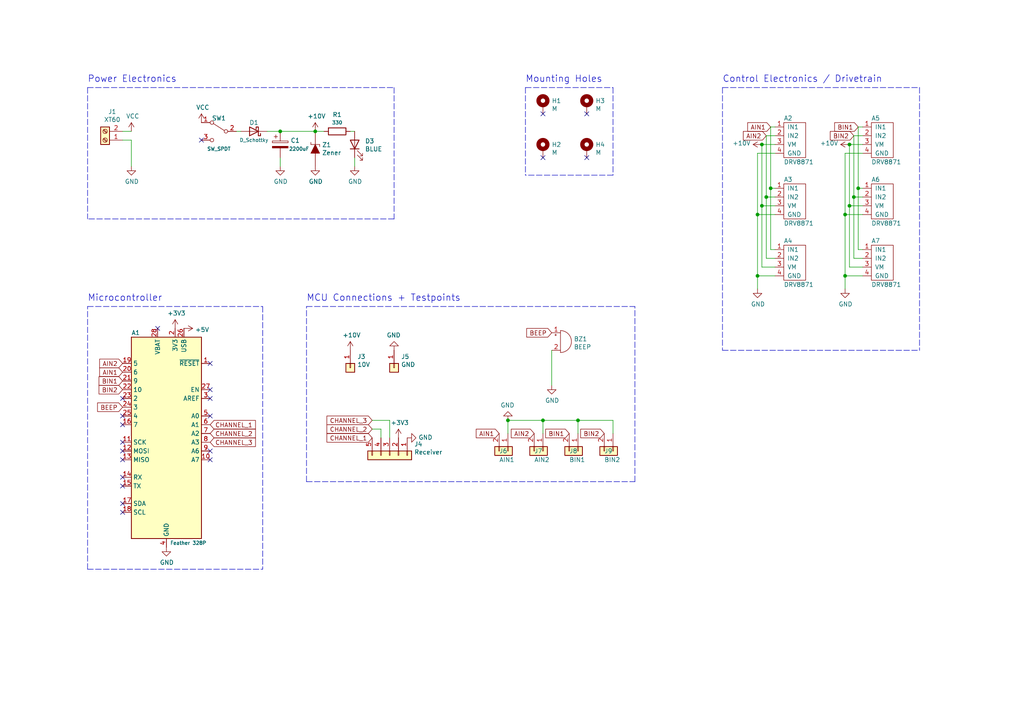
<source format=kicad_sch>
(kicad_sch (version 20211123) (generator eeschema)
  (paper "A4")
  (title_block (title "All-Terrain Buggy ") (date "2022-05-21") (rev "v1.1") (company "M5 Makerspace ") (comment 2 "creativecommons.org/licenses/by/4.0/") (comment 3 "CC BY 4.0") (comment 4 "Author: Akshat Sahay, Sebastian Armstrong "))
  (lib_symbols
    (symbol "Buggy_Components:Adafruit_DRV8871_Breakout" (pin_names (offset 1.016))
      (property "Reference" "A" (at -3.81 6.35 0))
      (property "Value" "Adafruit_DRV8871_Breakout" (at 0 -6.35 0))
      (symbol "Adafruit_DRV8871_Breakout_0_1"
        (rectangle (start -3.81 5.08) (end 2.54 -5.08))
      )
      (symbol "Adafruit_DRV8871_Breakout_1_1"
        (pin input line (at -6.35 3.81 0) (length 2.54) (name "IN1") (number "1"))
        (pin input line (at -6.35 1.27 0) (length 2.54) (name "IN2") (number "2"))
        (pin power_in line (at -6.35 -1.27 0) (length 2.54) (name "VM") (number "3"))
        (pin power_in line (at -6.35 -3.81 0) (length 2.54) (name "GND") (number "4"))
      )
    )
    (symbol "Connector:Screw_Terminal_01x02" (pin_names (offset 1.016) hide)
      (property "Reference" "J" (at 0 2.54 0))
      (property "Value" "Screw_Terminal_01x02" (at 0 -5.08 0))
      (symbol "Screw_Terminal_01x02_1_1"
        (rectangle (start -1.27 1.27) (end 1.27 -3.81) (stroke (width 0.254)) (fill (type background)))
        (circle (center 0 -2.54) (radius 0.635) (stroke (width 0.1524)))
        (polyline (pts (xy -0.5334 -2.2098) (xy 0.3302 -3.048)) (stroke (width 0.1524)))
        (polyline (pts (xy -0.5334 0.3302) (xy 0.3302 -0.508)) (stroke (width 0.1524)))
        (polyline (pts (xy -0.3556 -2.032) (xy 0.508 -2.8702)) (stroke (width 0.1524)))
        (polyline (pts (xy -0.3556 0.508) (xy 0.508 -0.3302)) (stroke (width 0.1524)))
        (circle (center 0 0) (radius 0.635) (stroke (width 0.1524)))
        (pin passive line (at -5.08 0 0) (length 3.81) (name "Pin_1") (number "1"))
        (pin passive line (at -5.08 -2.54 0) (length 3.81) (name "Pin_2") (number "2"))
      )
    )
    (symbol "Connector_Generic:Conn_01x01" (pin_names (offset 1.016) hide)
      (property "Reference" "J" (at 0 2.54 0))
      (property "Value" "Conn_01x01" (at 0 -2.54 0))
      (symbol "Conn_01x01_1_1"
        (rectangle (start -1.27 0.127) (end 0 -0.127) (stroke (width 0.1524)))
        (rectangle (start -1.27 1.27) (end 1.27 -1.27) (stroke (width 0.254)) (fill (type background)))
        (pin passive line (at -5.08 0 0) (length 3.81) (name "Pin_1") (number "1"))
      )
    )
    (symbol "Connector_Generic:Conn_01x02" (pin_names (offset 1.016) hide)
      (property "Reference" "J" (at 0 2.54 0))
      (property "Value" "Conn_01x02" (at 0 -5.08 0))
      (symbol "Conn_01x02_1_1"
        (rectangle (start -1.27 -2.413) (end 0 -2.667) (stroke (width 0.1524)))
        (rectangle (start -1.27 0.127) (end 0 -0.127) (stroke (width 0.1524)))
        (rectangle (start -1.27 1.27) (end 1.27 -3.81) (stroke (width 0.254)) (fill (type background)))
        (pin passive line (at -5.08 0 0) (length 3.81) (name "Pin_1") (number "1"))
        (pin passive line (at -5.08 -2.54 0) (length 3.81) (name "Pin_2") (number "2"))
      )
    )
    (symbol "Connector_Generic:Conn_01x05" (pin_names (offset 1.016) hide)
      (property "Reference" "J" (at 0 7.62 0))
      (property "Value" "Conn_01x05" (at 0 -7.62 0))
      (symbol "Conn_01x05_1_1"
        (rectangle (start -1.27 -4.953) (end 0 -5.207) (stroke (width 0.1524)))
        (rectangle (start -1.27 -2.413) (end 0 -2.667) (stroke (width 0.1524)))
        (rectangle (start -1.27 0.127) (end 0 -0.127) (stroke (width 0.1524)))
        (rectangle (start -1.27 2.667) (end 0 2.413) (stroke (width 0.1524)))
        (rectangle (start -1.27 5.207) (end 0 4.953) (stroke (width 0.1524)))
        (rectangle (start -1.27 6.35) (end 1.27 -6.35) (stroke (width 0.254)) (fill (type background)))
        (pin passive line (at -5.08 5.08 0) (length 3.81) (name "Pin_1") (number "1"))
        (pin passive line (at -5.08 2.54 0) (length 3.81) (name "Pin_2") (number "2"))
        (pin passive line (at -5.08 0 0) (length 3.81) (name "Pin_3") (number "3"))
        (pin passive line (at -5.08 -2.54 0) (length 3.81) (name "Pin_4") (number "4"))
        (pin passive line (at -5.08 -5.08 0) (length 3.81) (name "Pin_5") (number "5"))
      )
    )
    (symbol "Device:Buzzer" (pin_names (offset 0.0254) hide)
      (property "Reference" "BZ" (at 3.81 1.27 0))
      (property "Value" "Buzzer" (at 3.81 -1.27 0))
      (symbol "Buzzer_0_1"
        (arc (start 0 -3.175) (mid 3.175 0) (end 0 3.175))
        (polyline (pts (xy -1.651 1.905) (xy -1.143 1.905)))
        (polyline (pts (xy -1.397 2.159) (xy -1.397 1.651)))
        (polyline (pts (xy 0 3.175) (xy 0 -3.175)))
      )
      (symbol "Buzzer_1_1"
        (pin passive line (at -2.54 2.54 0) (length 2.54) (name "-") (number "1"))
        (pin passive line (at -2.54 -2.54 0) (length 2.54) (name "+") (number "2"))
      )
    )
    (symbol "Device:D_Schottky" (pin_numbers hide) (pin_names (offset 1.016) hide)
      (property "Reference" "D" (at 0 2.54 0))
      (property "Value" "D_Schottky" (at 0 -2.54 0))
      (symbol "D_Schottky_0_1"
        (polyline (pts (xy 1.27 0) (xy -1.27 0)))
        (polyline (pts (xy 1.27 1.27) (xy 1.27 -1.27) (xy -1.27 0) (xy 1.27 1.27)) (stroke (width 0.254)))
        (polyline (pts (xy -1.905 0.635) (xy -1.905 1.27) (xy -1.27 1.27) (xy -1.27 -1.27) (xy -0.635 -1.27) (xy -0.635 -0.635)) (stroke (width 0.254)))
      )
      (symbol "D_Schottky_1_1"
        (pin passive line (at -3.81 0 0) (length 2.54) (name "K") (number "1"))
        (pin passive line (at 3.81 0 180) (length 2.54) (name "A") (number "2"))
      )
    )
    (symbol "Device:LED" (pin_numbers hide) (pin_names (offset 1.016) hide)
      (property "Reference" "D" (at 0 2.54 0))
      (property "Value" "LED" (at 0 -2.54 0))
      (symbol "LED_0_1"
        (polyline (pts (xy -1.27 -1.27) (xy -1.27 1.27)) (stroke (width 0.254)))
        (polyline (pts (xy -1.27 0) (xy 1.27 0)))
        (polyline (pts (xy 1.27 -1.27) (xy 1.27 1.27) (xy -1.27 0) (xy 1.27 -1.27)) (stroke (width 0.254)))
        (polyline (pts (xy -3.048 -0.762) (xy -4.572 -2.286) (xy -3.81 -2.286) (xy -4.572 -2.286) (xy -4.572 -1.524)))
        (polyline (pts (xy -1.778 -0.762) (xy -3.302 -2.286) (xy -2.54 -2.286) (xy -3.302 -2.286) (xy -3.302 -1.524)))
      )
      (symbol "LED_1_1"
        (pin passive line (at -3.81 0 0) (length 2.54) (name "K") (number "1"))
        (pin passive line (at 3.81 0 180) (length 2.54) (name "A") (number "2"))
      )
    )
    (symbol "Device:R" (pin_numbers hide) (pin_names (offset 0))
      (property "Reference" "R" (at 2.032 0 90))
      (property "Value" "R" (at 0 0 90))
      (symbol "R_0_1"
        (rectangle (start -1.016 -2.54) (end 1.016 2.54) (stroke (width 0.254)))
      )
      (symbol "R_1_1"
        (pin passive line (at 0 3.81 270) (length 1.27) (name "~") (number "1"))
        (pin passive line (at 0 -3.81 90) (length 1.27) (name "~") (number "2"))
      )
    )
    (symbol "M5_BuggyProject-rescue:+3.3V-power" (power) (pin_names (offset 0))
      (property "Value" "+3.3V-power" (at 0 3.556 0))
      (symbol "+3.3V-power_0_1"
        (polyline (pts (xy -0.762 1.27) (xy 0 2.54)))
        (polyline (pts (xy 0 0) (xy 0 2.54)))
        (polyline (pts (xy 0 2.54) (xy 0.762 1.27)))
      )
      (symbol "+3.3V-power_1_1"
        (pin power_in line (at 0 0 90) (length 0) hide (name "+3V3") (number "1"))
      )
    )
    (symbol "M5_BuggyProject-rescue:1N5231BTR-dk_Diodes-Zener-Single" (pin_numbers hide) (pin_names (offset 0) hide)
      (property "Reference" "Z" (at 0 2.54 0))
      (property "Value" "1N5231BTR-dk_Diodes-Zener-Single" (at 0 -2.54 0))
      (symbol "1N5231BTR-dk_Diodes-Zener-Single_0_1"
        (polyline (pts (xy 1.27 -1.27) (xy 0.635 -1.27)))
        (polyline (pts (xy 1.27 1.27) (xy 1.27 -1.27)))
        (polyline (pts (xy 1.27 1.27) (xy 1.905 1.27)))
        (polyline (pts (xy -1.27 1.27) (xy -1.27 -1.27) (xy 1.27 0) (xy -1.27 1.27)) (fill (type outline)))
      )
      (symbol "1N5231BTR-dk_Diodes-Zener-Single_1_1"
        (pin passive line (at -5.08 0 0) (length 3.81) (name "~") (number "A"))
        (pin passive line (at 5.08 0 180) (length 3.81) (name "~") (number "K"))
      )
    )
    (symbol "M5_BuggyProject-rescue:Adafruit_Feather_328P-MCU_Module"
      (property "Reference" "A" (at -10.16 29.21 0))
      (property "Value" "Adafruit_Feather_328P-MCU_Module" (at 2.54 -31.75 0))
      (symbol "Adafruit_Feather_328P-MCU_Module_0_1"
        (rectangle (start -10.16 27.94) (end 10.16 -30.48) (stroke (width 0.254)) (fill (type background)))
      )
      (symbol "Adafruit_Feather_328P-MCU_Module_1_1"
        (pin input line (at 12.7 20.32 180) (length 2.54) (name "~{RESET}") (number "1"))
        (pin bidirectional line (at 12.7 -7.62 180) (length 2.54) (name "A7") (number "10"))
        (pin bidirectional line (at -12.7 -2.54 0) (length 2.54) (name "SCK") (number "11"))
        (pin bidirectional line (at -12.7 -5.08 0) (length 2.54) (name "MOSI") (number "12"))
        (pin bidirectional line (at -12.7 -7.62 0) (length 2.54) (name "MISO") (number "13"))
        (pin bidirectional line (at -12.7 -12.7 0) (length 2.54) (name "RX") (number "14"))
        (pin bidirectional line (at -12.7 -15.24 0) (length 2.54) (name "TX") (number "15"))
        (pin bidirectional line (at -12.7 2.54 0) (length 2.54) (name "7") (number "16"))
        (pin bidirectional line (at -12.7 -20.32 0) (length 2.54) (name "SDA") (number "17"))
        (pin bidirectional line (at -12.7 -22.86 0) (length 2.54) (name "SCL") (number "18"))
        (pin bidirectional line (at -12.7 20.32 0) (length 2.54) (name "5") (number "19"))
        (pin power_in line (at 2.54 30.48 270) (length 2.54) (name "3V3") (number "2"))
        (pin bidirectional line (at -12.7 17.78 0) (length 2.54) (name "6") (number "20"))
        (pin bidirectional line (at -12.7 15.24 0) (length 2.54) (name "9") (number "21"))
        (pin bidirectional line (at -12.7 12.7 0) (length 2.54) (name "10") (number "22"))
        (pin bidirectional line (at -12.7 10.16 0) (length 2.54) (name "2") (number "23"))
        (pin bidirectional line (at -12.7 7.62 0) (length 2.54) (name "3") (number "24"))
        (pin bidirectional line (at -12.7 5.08 0) (length 2.54) (name "4") (number "25"))
        (pin power_in line (at 5.08 30.48 270) (length 2.54) (name "USB") (number "26"))
        (pin input line (at 12.7 12.7 180) (length 2.54) (name "EN") (number "27"))
        (pin power_in line (at -2.54 30.48 270) (length 2.54) (name "VBAT") (number "28"))
        (pin input line (at 12.7 10.16 180) (length 2.54) (name "AREF") (number "3"))
        (pin power_in line (at 0 -33.02 90) (length 2.54) (name "GND") (number "4"))
        (pin bidirectional line (at 12.7 5.08 180) (length 2.54) (name "A0") (number "5"))
        (pin bidirectional line (at 12.7 2.54 180) (length 2.54) (name "A1") (number "6"))
        (pin bidirectional line (at 12.7 0 180) (length 2.54) (name "A2") (number "7"))
        (pin bidirectional line (at 12.7 -2.54 180) (length 2.54) (name "A3") (number "8"))
        (pin bidirectional line (at 12.7 -5.08 180) (length 2.54) (name "A6") (number "9"))
      )
    )
    (symbol "M5_BuggyProject-rescue:CP-Device" (pin_numbers hide) (pin_names (offset 0.254))
      (property "Reference" "C" (at 0.635 2.54 0))
      (property "Value" "CP-Device" (at 0.635 -2.54 0))
      (symbol "CP-Device_0_1"
        (rectangle (start -2.286 0.508) (end 2.286 1.016))
        (polyline (pts (xy -1.778 2.286) (xy -0.762 2.286)))
        (polyline (pts (xy -1.27 2.794) (xy -1.27 1.778)))
        (rectangle (start 2.286 -0.508) (end -2.286 -1.016) (fill (type outline)))
      )
      (symbol "CP-Device_1_1"
        (pin passive line (at 0 3.81 270) (length 2.794) (name "~") (number "1"))
        (pin passive line (at 0 -3.81 90) (length 2.794) (name "~") (number "2"))
      )
    )
    (symbol "Mechanical:MountingHole_Pad" (pin_numbers hide) (pin_names (offset 1.016) hide)
      (property "Reference" "H" (at 0 6.35 0))
      (property "Value" "MountingHole_Pad" (at 0 4.445 0))
      (symbol "MountingHole_Pad_0_1"
        (circle (center 0 1.27) (radius 1.27) (stroke (width 1.27)))
      )
      (symbol "MountingHole_Pad_1_1"
        (pin input line (at 0 -2.54 90) (length 2.54) (name "1") (number "1"))
      )
    )
    (symbol "Switch:SW_SPDT" (pin_names (offset 0) hide)
      (property "Reference" "SW" (at 0 4.318 0))
      (property "Value" "SW_SPDT" (at 0 -5.08 0))
      (symbol "SW_SPDT_0_0"
        (circle (center -2.032 0) (radius 0.508))
        (circle (center 2.032 -2.54) (radius 0.508))
      )
      (symbol "SW_SPDT_0_1"
        (polyline (pts (xy -1.524 0.254) (xy 1.651 2.286)))
        (circle (center 2.032 2.54) (radius 0.508))
      )
      (symbol "SW_SPDT_1_1"
        (pin passive line (at 5.08 2.54 180) (length 2.54) (name "A") (number "1"))
        (pin passive line (at -5.08 0 0) (length 2.54) (name "B") (number "2"))
        (pin passive line (at 5.08 -2.54 180) (length 2.54) (name "C") (number "3"))
      )
    )
    (symbol "power:+10V" (power) (pin_names (offset 0))
      (property "Value" "+10V" (at 0 3.556 0))
      (symbol "+10V_0_1"
        (polyline (pts (xy -0.762 1.27) (xy 0 2.54)))
        (polyline (pts (xy 0 0) (xy 0 2.54)))
        (polyline (pts (xy 0 2.54) (xy 0.762 1.27)))
      )
      (symbol "+10V_1_1"
        (pin power_in line (at 0 0 90) (length 0) hide (name "+10V") (number "1"))
      )
    )
    (symbol "power:+5V" (power) (pin_names (offset 0))
      (property "Value" "+5V" (at 0 3.556 0))
      (symbol "+5V_0_1"
        (polyline (pts (xy -0.762 1.27) (xy 0 2.54)))
        (polyline (pts (xy 0 0) (xy 0 2.54)))
        (polyline (pts (xy 0 2.54) (xy 0.762 1.27)))
      )
      (symbol "+5V_1_1"
        (pin power_in line (at 0 0 90) (length 0) hide (name "+5V") (number "1"))
      )
    )
    (symbol "power:GND" (power) (pin_names (offset 0))
      (property "Value" "GND" (at 0 -3.81 0))
      (symbol "GND_0_1"
        (polyline (pts (xy 0 0) (xy 0 -1.27) (xy 1.27 -1.27) (xy 0 -2.54) (xy -1.27 -1.27) (xy 0 -1.27)))
      )
      (symbol "GND_1_1"
        (pin power_in line (at 0 0 270) (length 0) hide (name "GND") (number "1"))
      )
    )
    (symbol "power:VCC" (power) (pin_names (offset 0))
      (property "Value" "VCC" (at 0 3.81 0))
      (symbol "VCC_0_1"
        (polyline (pts (xy -0.762 1.27) (xy 0 2.54)))
        (polyline (pts (xy 0 0) (xy 0 2.54)))
        (polyline (pts (xy 0 2.54) (xy 0.762 1.27)))
      )
      (symbol "VCC_1_1"
        (pin power_in line (at 0 0 90) (length 0) hide (name "VCC") (number "1"))
      )
    )
  )
  (junction (at 219.71 62.23))
  (junction (at 220.98 41.91))
  (junction (at 245.11 62.23))
  (junction (at 248.92 54.61))
  (junction (at 219.71 80.01))
  (junction (at 91.44 38.1))
  (junction (at 81.28 38.1))
  (junction (at 245.11 80.01))
  (junction (at 223.52 54.61))
  (junction (at 246.38 41.91))
  (junction (at 247.65 57.15))
  (junction (at 220.98 59.69))
  (junction (at 246.38 59.69))
  (junction (at 147.32 121.92))
  (junction (at 167.64 121.92))
  (junction (at 222.25 57.15))
  (junction (at 157.48 121.92))
  (no_connect (at 35.56 115.57))
  (no_connect (at 60.96 133.35))
  (no_connect (at 45.72 95.25))
  (no_connect (at 35.56 146.05))
  (no_connect (at 35.56 128.27))
  (no_connect (at 170.18 45.72))
  (no_connect (at 60.96 120.65))
  (no_connect (at 35.56 133.35))
  (no_connect (at 58.42 40.64))
  (no_connect (at 35.56 140.97))
  (no_connect (at 60.96 113.03))
  (no_connect (at 157.48 33.02))
  (no_connect (at 60.96 105.41))
  (no_connect (at 35.56 120.65))
  (no_connect (at 170.18 33.02))
  (no_connect (at 60.96 130.81))
  (no_connect (at 35.56 138.43))
  (no_connect (at 35.56 123.19))
  (no_connect (at 35.56 130.81))
  (no_connect (at 60.96 115.57))
  (no_connect (at 35.56 148.59))
  (no_connect (at 157.48 45.72))
  (wire (pts (xy 248.92 72.39) (xy 250.19 72.39)))
  (wire (pts (xy 147.32 121.92) (xy 157.48 121.92)))
  (wire (pts (xy 246.38 41.91) (xy 246.38 59.69)))
  (polyline (pts (xy 25.4 25.4) (xy 25.4 63.5)))
  (wire (pts (xy 245.11 62.23) (xy 245.11 80.01)))
  (polyline (pts (xy 177.8 25.4) (xy 177.8 50.8)))
  (wire (pts (xy 224.79 36.83) (xy 223.52 36.83)))
  (wire (pts (xy 147.32 125.73) (xy 147.32 121.92)))
  (wire (pts (xy 222.25 57.15) (xy 222.25 74.93)))
  (wire (pts (xy 247.65 39.37) (xy 247.65 57.15)))
  (wire (pts (xy 250.19 41.91) (xy 246.38 41.91)))
  (wire (pts (xy 35.56 38.1) (xy 38.1 38.1)))
  (wire (pts (xy 247.65 57.15) (xy 250.19 57.15)))
  (wire (pts (xy 245.11 44.45) (xy 245.11 62.23)))
  (wire (pts (xy 247.65 74.93) (xy 250.19 74.93)))
  (wire (pts (xy 250.19 36.83) (xy 248.92 36.83)))
  (wire (pts (xy 222.25 39.37) (xy 222.25 57.15)))
  (wire (pts (xy 220.98 59.69) (xy 224.79 59.69)))
  (polyline (pts (xy 209.55 25.4) (xy 266.7 25.4)))
  (wire (pts (xy 223.52 72.39) (xy 224.79 72.39)))
  (polyline (pts (xy 114.3 63.5) (xy 25.4 63.5)))
  (wire (pts (xy 102.87 45.72) (xy 102.87 48.26)))
  (wire (pts (xy 222.25 74.93) (xy 224.79 74.93)))
  (polyline (pts (xy 177.8 50.8) (xy 152.4 50.8)))
  (polyline (pts (xy 152.4 25.4) (xy 152.4 50.8)))
  (wire (pts (xy 167.64 121.92) (xy 177.8 121.92)))
  (wire (pts (xy 245.11 80.01) (xy 250.19 80.01)))
  (wire (pts (xy 246.38 59.69) (xy 246.38 77.47)))
  (wire (pts (xy 113.03 121.92) (xy 107.95 121.92)))
  (wire (pts (xy 222.25 57.15) (xy 224.79 57.15)))
  (wire (pts (xy 248.92 54.61) (xy 248.92 72.39)))
  (wire (pts (xy 110.49 124.46) (xy 107.95 124.46)))
  (wire (pts (xy 223.52 54.61) (xy 224.79 54.61)))
  (wire (pts (xy 81.28 38.1) (xy 91.44 38.1)))
  (wire (pts (xy 69.85 38.1) (xy 68.58 38.1)))
  (polyline (pts (xy 114.3 25.4) (xy 114.3 63.5)))
  (wire (pts (xy 35.56 40.64) (xy 38.1 40.64)))
  (wire (pts (xy 219.71 80.01) (xy 224.79 80.01)))
  (wire (pts (xy 224.79 41.91) (xy 220.98 41.91)))
  (wire (pts (xy 167.64 121.92) (xy 167.64 125.73)))
  (wire (pts (xy 110.49 127) (xy 110.49 124.46)))
  (wire (pts (xy 157.48 121.92) (xy 157.48 125.73)))
  (wire (pts (xy 245.11 80.01) (xy 245.11 83.82)))
  (polyline (pts (xy 25.4 165.1) (xy 25.4 88.9)))
  (wire (pts (xy 220.98 77.47) (xy 224.79 77.47)))
  (wire (pts (xy 38.1 40.64) (xy 38.1 48.26)))
  (wire (pts (xy 250.19 44.45) (xy 245.11 44.45)))
  (polyline (pts (xy 209.55 25.4) (xy 209.55 101.6)))
  (polyline (pts (xy 25.4 88.9) (xy 76.2 88.9)))
  (wire (pts (xy 220.98 41.91) (xy 220.98 59.69)))
  (wire (pts (xy 246.38 59.69) (xy 250.19 59.69)))
  (polyline (pts (xy 88.9 88.9) (xy 184.15 88.9)))
  (wire (pts (xy 224.79 39.37) (xy 222.25 39.37)))
  (wire (pts (xy 77.47 38.1) (xy 81.28 38.1)))
  (wire (pts (xy 219.71 80.01) (xy 219.71 83.82)))
  (wire (pts (xy 248.92 36.83) (xy 248.92 54.61)))
  (wire (pts (xy 157.48 121.92) (xy 167.64 121.92)))
  (wire (pts (xy 91.44 38.1) (xy 93.98 38.1)))
  (wire (pts (xy 224.79 44.45) (xy 219.71 44.45)))
  (wire (pts (xy 219.71 44.45) (xy 219.71 62.23)))
  (polyline (pts (xy 88.9 139.7) (xy 184.15 139.7)))
  (wire (pts (xy 247.65 57.15) (xy 247.65 74.93)))
  (polyline (pts (xy 266.7 25.4) (xy 266.7 101.6)))
  (wire (pts (xy 223.52 54.61) (xy 223.52 72.39)))
  (wire (pts (xy 219.71 62.23) (xy 219.71 80.01)))
  (wire (pts (xy 250.19 39.37) (xy 247.65 39.37)))
  (polyline (pts (xy 25.4 165.1) (xy 76.2 165.1)))
  (wire (pts (xy 219.71 62.23) (xy 224.79 62.23)))
  (wire (pts (xy 248.92 54.61) (xy 250.19 54.61)))
  (polyline (pts (xy 25.4 25.4) (xy 114.3 25.4)))
  (wire (pts (xy 113.03 127) (xy 113.03 121.92)))
  (polyline (pts (xy 76.2 88.9) (xy 76.2 165.1)))
  (wire (pts (xy 246.38 77.47) (xy 250.19 77.47)))
  (wire (pts (xy 102.87 38.1) (xy 101.6 38.1)))
  (polyline (pts (xy 209.55 101.6) (xy 266.7 101.6)))
  (wire (pts (xy 245.11 62.23) (xy 250.19 62.23)))
  (wire (pts (xy 160.02 101.6) (xy 160.02 111.76)))
  (wire (pts (xy 220.98 59.69) (xy 220.98 77.47)))
  (wire (pts (xy 81.28 45.72) (xy 81.28 48.26)))
  (wire (pts (xy 223.52 36.83) (xy 223.52 54.61)))
  (polyline (pts (xy 184.15 139.7) (xy 184.15 88.9)))
  (wire (pts (xy 177.8 121.92) (xy 177.8 125.73)))
  (polyline (pts (xy 88.9 139.7) (xy 88.9 88.9)))
  (polyline (pts (xy 152.4 25.4) (xy 177.8 25.4)))
  (text "MCU Connections + Testpoints" (at 88.9 87.63 0) (effects (font (size 1.905 1.905)) (justify left bottom)))
  (text "Control Electronics / Drivetrain" (at 209.55 24.13 0) (effects (font (size 1.905 1.905)) (justify left bottom)))
  (text "Power Electronics\n" (at 25.4 24.13 0) (effects (font (size 1.905 1.905)) (justify left bottom)))
  (text "Mounting Holes" (at 152.4 24.13 0) (effects (font (size 1.905 1.905)) (justify left bottom)))
  (text "Microcontroller" (at 25.4 87.63 0) (effects (font (size 1.905 1.905)) (justify left bottom)))
  (global_label "CHANNEL_3" (shape input) (at 60.96 128.27 0) (property "Intersheet References" "${INTERSHEET_REFS}" (effects hide)))
  (global_label "AIN2" (shape input) (at 222.25 39.37 180) (property "Intersheet References" "${INTERSHEET_REFS}" (effects hide)))
  (global_label "BEEP" (shape input) (at 35.56 118.11 180) (property "Intersheet References" "${INTERSHEET_REFS}" (effects hide)))
  (global_label "BIN1" (shape input) (at 165.1 125.73 180) (property "Intersheet References" "${INTERSHEET_REFS}" (effects hide)))
  (global_label "CHANNEL_2" (shape input) (at 60.96 125.73 0) (property "Intersheet References" "${INTERSHEET_REFS}" (effects hide)))
  (global_label "AIN1" (shape input) (at 223.52 36.83 180) (property "Intersheet References" "${INTERSHEET_REFS}" (effects hide)))
  (global_label "BEEP" (shape input) (at 160.02 96.52 180) (property "Intersheet References" "${INTERSHEET_REFS}" (effects hide)))
  (global_label "BIN1" (shape input) (at 35.56 110.49 180) (property "Intersheet References" "${INTERSHEET_REFS}" (effects hide)))
  (global_label "BIN2" (shape input) (at 247.65 39.37 180) (property "Intersheet References" "${INTERSHEET_REFS}" (effects hide)))
  (global_label "AIN2" (shape input) (at 154.94 125.73 180) (property "Intersheet References" "${INTERSHEET_REFS}" (effects hide)))
  (global_label "AIN1" (shape input) (at 35.56 107.95 180) (property "Intersheet References" "${INTERSHEET_REFS}" (effects hide)))
  (global_label "BIN2" (shape input) (at 35.56 113.03 180) (property "Intersheet References" "${INTERSHEET_REFS}" (effects hide)))
  (global_label "AIN2" (shape input) (at 35.56 105.41 180) (property "Intersheet References" "${INTERSHEET_REFS}" (effects hide)))
  (global_label "BIN2" (shape input) (at 175.26 125.73 180) (property "Intersheet References" "${INTERSHEET_REFS}" (effects hide)))
  (global_label "AIN1" (shape input) (at 144.78 125.73 180) (property "Intersheet References" "${INTERSHEET_REFS}" (effects hide)))
  (global_label "CHANNEL_3" (shape input) (at 107.95 121.92 180) (property "Intersheet References" "${INTERSHEET_REFS}" (effects hide)))
  (global_label "CHANNEL_2" (shape input) (at 107.95 124.46 180) (property "Intersheet References" "${INTERSHEET_REFS}" (effects hide)))
  (global_label "CHANNEL_1" (shape input) (at 107.95 127 180) (property "Intersheet References" "${INTERSHEET_REFS}" (effects hide)))
  (global_label "CHANNEL_1" (shape input) (at 60.96 123.19 0) (property "Intersheet References" "${INTERSHEET_REFS}" (effects hide)))
  (global_label "BIN1" (shape input) (at 248.92 36.83 180) (property "Intersheet References" "${INTERSHEET_REFS}" (effects hide)))
  (symbol (lib_id "Buggy_Components:Adafruit_DRV8871_Breakout") (at 231.14 40.64 0) (unit 1)
    (property "Reference" "A2" (at 227.33 34.29 0) (effects (justify left)))
    (property "Value" "DRV8871" (at 227.33 46.99 0) (effects (justify left)))
    (property "Footprint" "Connector_PinSocket_2.54mm:PinSocket_1x04_P2.54mm_Vertical" (effects hide))
  )
  (symbol (lib_id "Buggy_Components:Adafruit_DRV8871_Breakout") (at 231.14 58.42 0) (unit 1)
    (property "Reference" "A3" (at 227.33 52.07 0) (effects (justify left)))
    (property "Value" "DRV8871" (at 227.33 64.77 0) (effects (justify left)))
    (property "Footprint" "Connector_PinSocket_2.54mm:PinSocket_1x04_P2.54mm_Vertical" (effects hide))
  )
  (symbol (lib_id "Buggy_Components:Adafruit_DRV8871_Breakout") (at 231.14 76.2 0) (unit 1)
    (property "Reference" "A4" (at 227.33 69.85 0) (effects (justify left)))
    (property "Value" "DRV8871" (at 227.33 82.55 0) (effects (justify left)))
    (property "Footprint" "Connector_PinSocket_2.54mm:PinSocket_1x04_P2.54mm_Vertical" (effects hide))
  )
  (symbol (lib_id "power:GND") (at 219.71 83.82 0) (unit 1)
    (property "Reference" "#PWR03" (effects hide))
    (property "Value" "GND" (at 219.837 88.2142 0))
  )
  (symbol (lib_id "power:GND") (at 245.11 83.82 0) (unit 1)
    (property "Reference" "#PWR05" (effects hide))
    (property "Value" "GND" (at 245.237 88.2142 0))
  )
  (symbol (lib_id "M5_BuggyProject-rescue:Adafruit_Feather_328P-MCU_Module") (at 48.26 125.73 0) (unit 1)
    (property "Reference" "A1" (at 39.37 96.52 0))
    (property "Value" "Feather 328P" (at 54.61 157.48 0) (effects (font (size 1.016 1.016))))
    (property "Footprint" "Module:Adafruit_Feather" (effects hide))
    (property "Datasheet" "https://cdn-learn.adafruit.com/downloads/pdf/adafruit-feather.pdf" (effects hide))
  )
  (symbol (lib_id "power:GND") (at 38.1 48.26 0) (unit 1)
    (property "Reference" "#PWR02" (effects hide))
    (property "Value" "GND" (at 38.227 52.6542 0))
  )
  (symbol (lib_id "power:GND") (at 48.26 158.75 0) (unit 1)
    (property "Reference" "#PWR0101" (effects hide))
    (property "Value" "GND" (at 48.387 163.1442 0))
  )
  (symbol (lib_id "Buggy_Components:Adafruit_DRV8871_Breakout") (at 256.54 76.2 0) (unit 1)
    (property "Reference" "A7" (at 252.73 69.85 0) (effects (justify left)))
    (property "Value" "DRV8871" (at 252.73 82.55 0) (effects (justify left)))
    (property "Footprint" "Connector_PinSocket_2.54mm:PinSocket_1x04_P2.54mm_Vertical" (effects hide))
  )
  (symbol (lib_id "Buggy_Components:Adafruit_DRV8871_Breakout") (at 256.54 58.42 0) (unit 1)
    (property "Reference" "A6" (at 252.73 52.07 0) (effects (justify left)))
    (property "Value" "DRV8871" (at 252.73 64.77 0) (effects (justify left)))
    (property "Footprint" "Connector_PinSocket_2.54mm:PinSocket_1x04_P2.54mm_Vertical" (effects hide))
  )
  (symbol (lib_id "Buggy_Components:Adafruit_DRV8871_Breakout") (at 256.54 40.64 0) (unit 1)
    (property "Reference" "A5" (at 252.73 34.29 0) (effects (justify left)))
    (property "Value" "DRV8871" (at 252.73 46.99 0) (effects (justify left)))
    (property "Footprint" "Connector_PinSocket_2.54mm:PinSocket_1x04_P2.54mm_Vertical" (effects hide))
  )
  (symbol (lib_id "M5_BuggyProject-rescue:CP-Device") (at 81.28 41.91 0) (unit 1)
    (property "Reference" "C1" (at 84.2772 40.7416 0) (effects (justify left)))
    (property "Value" "2200uF" (at 83.82 43.18 0) (effects (font (size 1.016 1.016)) (justify left)))
    (property "Footprint" "Capacitor_THT:CP_Radial_D10.0mm_P5.00mm" (effects hide))
  )
  (symbol (lib_id "power:GND") (at 91.44 48.26 0) (unit 1)
    (property "Reference" "#PWR06" (effects hide))
    (property "Value" "GND" (at 91.567 52.6542 0))
  )
  (symbol (lib_id "Device:R") (at 97.79 38.1 270) (unit 1)
    (property "Reference" "R1" (at 97.79 33.2486 90))
    (property "Value" "330" (at 97.79 35.56 90) (effects (font (size 1.016 1.016))))
    (property "Footprint" "Resistor_SMD:R_1206_3216Metric" (effects hide))
  )
  (symbol (lib_id "Device:LED") (at 102.87 41.91 90) (unit 1)
    (property "Reference" "D3" (at 105.8672 40.9194 90) (effects (justify right)))
    (property "Value" "BLUE" (at 105.8672 43.2308 90) (effects (justify right)))
    (property "Footprint" "LED_SMD:LED_1206_3216Metric" (effects hide))
  )
  (symbol (lib_id "Connector:Screw_Terminal_01x02") (at 30.48 40.64 180) (unit 1)
    (property "Reference" "J1" (at 32.5628 32.385 0))
    (property "Value" "XT60" (at 32.5628 34.6964 0))
    (property "Footprint" "Connector_AMASS:AMASS_XT60-M_1x02_P7.20mm_Vertical" (effects hide))
  )
  (symbol (lib_id "Device:D_Schottky") (at 73.66 38.1 180) (unit 1)
    (property "Reference" "D1" (at 73.66 35.56 0))
    (property "Value" "D_Schottky" (at 73.66 40.64 0) (effects (font (size 1.016 1.016))))
    (property "Footprint" "Package_TO_SOT_THT:TO-220-2_Vertical" (effects hide))
  )
  (symbol (lib_id "M5_BuggyProject-rescue:1N5231BTR-dk_Diodes-Zener-Single") (at 91.44 43.18 90) (unit 1)
    (property "Reference" "Z1" (at 93.4212 42.0116 90) (effects (justify right)))
    (property "Value" "Zener" (at 93.4212 44.323 90) (effects (justify right)))
    (property "Footprint" "digikey-footprints:DO-214AC" (effects hide))
    (property "Datasheet" "https://www.onsemi.com/pub/Collateral/1N5221B-D.PDF" (effects hide))
    (property "Digi-Key_PN" "1N5231BFSCT-ND" (effects hide))
    (property "MPN" "1N5231BTR" (effects hide))
    (property "Category" "Discrete Semiconductor Products" (effects hide))
    (property "Family" "Diodes - Zener - Single" (effects hide))
    (property "DK_Datasheet_Link" "https://www.onsemi.com/pub/Collateral/1N5221B-D.PDF" (effects hide))
    (property "DK_Detail_Page" "/product-detail/en/on-semiconductor/1N5231BTR/1N5231BFSCT-ND/1532765" (effects hide))
    (property "Description" "DIODE ZENER 5.1V 500MW DO35" (effects hide))
    (property "Manufacturer" "ON Semiconductor" (effects hide))
    (property "Status" "Active" (effects hide))
  )
  (symbol (lib_id "power:VCC") (at 38.1 38.1 0) (unit 1)
    (property "Reference" "#PWR01" (effects hide))
    (property "Value" "VCC" (at 38.481 33.7058 0))
  )
  (symbol (lib_id "power:GND") (at 81.28 48.26 0) (unit 1)
    (property "Reference" "#PWR04" (effects hide))
    (property "Value" "GND" (at 81.407 52.6542 0))
  )
  (symbol (lib_id "power:GND") (at 102.87 48.26 0) (unit 1)
    (property "Reference" "#PWR07" (effects hide))
    (property "Value" "GND" (at 102.997 52.6542 0))
  )
  (symbol (lib_id "Mechanical:MountingHole_Pad") (at 157.48 30.48 0) (unit 1)
    (property "Reference" "H1" (at 160.02 29.2354 0) (effects (justify left)))
    (property "Value" "M" (at 160.02 31.5468 0) (effects (justify left)))
    (property "Footprint" "MountingHole:MountingHole_4.3mm_M4_Pad_Via" (effects hide))
  )
  (symbol (lib_id "Mechanical:MountingHole_Pad") (at 170.18 30.48 0) (unit 1)
    (property "Reference" "H3" (at 172.72 29.2354 0) (effects (justify left)))
    (property "Value" "M" (at 172.72 31.5468 0) (effects (justify left)))
    (property "Footprint" "MountingHole:MountingHole_4.3mm_M4_Pad_Via" (effects hide))
  )
  (symbol (lib_id "Mechanical:MountingHole_Pad") (at 157.48 43.18 0) (unit 1)
    (property "Reference" "H2" (at 160.02 41.9354 0) (effects (justify left)))
    (property "Value" "M" (at 160.02 44.2468 0) (effects (justify left)))
    (property "Footprint" "MountingHole:MountingHole_4.3mm_M4_Pad_Via" (effects hide))
  )
  (symbol (lib_id "Mechanical:MountingHole_Pad") (at 170.18 43.18 0) (unit 1)
    (property "Reference" "H4" (at 172.72 41.9354 0) (effects (justify left)))
    (property "Value" "M" (at 172.72 44.2468 0) (effects (justify left)))
    (property "Footprint" "MountingHole:MountingHole_4.3mm_M4_Pad_Via" (effects hide))
  )
  (symbol (lib_id "power:+10V") (at 91.44 38.1 0) (unit 1)
    (property "Reference" "#PWR08" (effects hide))
    (property "Value" "+10V" (at 91.821 33.7058 0))
  )
  (symbol (lib_id "power:+10V") (at 220.98 41.91 90) (unit 1)
    (property "Reference" "#PWR011" (effects hide))
    (property "Value" "+10V" (at 217.7288 41.529 90) (effects (justify left)))
  )
  (symbol (lib_id "power:+10V") (at 246.38 41.91 90) (unit 1)
    (property "Reference" "#PWR016" (effects hide))
    (property "Value" "+10V" (at 243.1288 41.529 90) (effects (justify left)))
  )
  (symbol (lib_id "Device:Buzzer") (at 162.56 99.06 0) (unit 1)
    (property "Reference" "BZ1" (at 166.4208 98.3234 0) (effects (justify left)))
    (property "Value" "BEEP" (at 166.4208 100.6348 0) (effects (justify left)))
    (property "Footprint" "Buzzer_Beeper:Buzzer_12x9.5RM7.6" (effects hide))
  )
  (symbol (lib_id "power:GND") (at 160.02 111.76 0) (unit 1)
    (property "Reference" "#PWR019" (effects hide))
    (property "Value" "GND" (at 160.147 116.1542 0))
  )
  (symbol (lib_id "M5_BuggyProject-rescue:+3.3V-power") (at 50.8 95.25 0) (unit 1)
    (property "Reference" "#PWR020" (effects hide))
    (property "Value" "+3.3V" (at 51.181 90.8558 0))
  )
  (symbol (lib_id "power:+5V") (at 53.34 95.25 270) (unit 1)
    (property "Reference" "#PWR021" (effects hide))
    (property "Value" "+5V" (at 56.5912 95.631 90) (effects (justify left)))
  )
  (symbol (lib_id "Connector_Generic:Conn_01x05") (at 113.03 132.08 270) (unit 1)
    (property "Reference" "J4" (at 120.142 128.8288 90) (effects (justify left)))
    (property "Value" "Receiver" (at 120.142 131.1402 90) (effects (justify left)))
    (property "Footprint" "Connector_PinSocket_2.54mm:PinSocket_1x05_P2.54mm_Vertical" (effects hide))
  )
  (symbol (lib_id "M5_BuggyProject-rescue:+3.3V-power") (at 115.57 127 0) (unit 1)
    (property "Reference" "#PWR022" (effects hide))
    (property "Value" "+3.3V" (at 115.951 122.6058 0))
  )
  (symbol (lib_id "power:GND") (at 118.11 127 90) (unit 1)
    (property "Reference" "#PWR023" (effects hide))
    (property "Value" "GND" (at 121.3612 126.873 90) (effects (justify right)))
  )
  (symbol (lib_id "Connector_Generic:Conn_01x01") (at 101.6 106.68 270) (unit 1)
    (property "Reference" "J3" (at 103.632 103.4288 90) (effects (justify left)))
    (property "Value" "10V" (at 103.632 105.7402 90) (effects (justify left)))
    (property "Footprint" "TestPoint:TestPoint_Plated_Hole_D5.0mm" (effects hide))
  )
  (symbol (lib_id "Connector_Generic:Conn_01x01") (at 114.3 106.68 270) (unit 1)
    (property "Reference" "J5" (at 116.332 103.4288 90) (effects (justify left)))
    (property "Value" "GND" (at 116.332 105.7402 90) (effects (justify left)))
    (property "Footprint" "TestPoint:TestPoint_Plated_Hole_D5.0mm" (effects hide))
  )
  (symbol (lib_id "Connector_Generic:Conn_01x02") (at 177.8 130.81 270) (unit 1)
    (property "Reference" "J9" (at 175.26 130.81 90) (effects (justify left)))
    (property "Value" "BIN2" (at 175.26 133.35 90) (effects (justify left)))
    (property "Footprint" "Connector_PinSocket_2.54mm:PinSocket_1x02_P2.54mm_Vertical" (effects hide))
  )
  (symbol (lib_id "Connector_Generic:Conn_01x02") (at 167.64 130.81 270) (unit 1)
    (property "Reference" "J8" (at 165.1 130.81 90) (effects (justify left)))
    (property "Value" "BIN1" (at 165.1 133.35 90) (effects (justify left)))
    (property "Footprint" "Connector_PinSocket_2.54mm:PinSocket_1x02_P2.54mm_Vertical" (effects hide))
  )
  (symbol (lib_id "Connector_Generic:Conn_01x02") (at 157.48 130.81 270) (unit 1)
    (property "Reference" "J7" (at 154.94 130.81 90) (effects (justify left)))
    (property "Value" "AIN2" (at 154.94 133.35 90) (effects (justify left)))
    (property "Footprint" "Connector_PinSocket_2.54mm:PinSocket_1x02_P2.54mm_Vertical" (effects hide))
  )
  (symbol (lib_id "Connector_Generic:Conn_01x02") (at 147.32 130.81 270) (unit 1)
    (property "Reference" "J6" (at 144.78 130.81 90) (effects (justify left)))
    (property "Value" "AIN1" (at 144.78 133.35 90) (effects (justify left)))
    (property "Footprint" "Connector_PinSocket_2.54mm:PinSocket_1x02_P2.54mm_Vertical" (effects hide))
  )
  (symbol (lib_id "power:+10V") (at 101.6 101.6 0) (unit 1)
    (property "Reference" "#PWR0104" (effects hide))
    (property "Value" "+10V" (at 101.981 97.2058 0))
  )
  (symbol (lib_id "power:GND") (at 114.3 101.6 180) (unit 1)
    (property "Reference" "#PWR0105" (effects hide))
    (property "Value" "GND" (at 114.173 97.2058 0))
  )
  (symbol (lib_id "power:GND") (at 147.32 121.92 180) (unit 1)
    (property "Reference" "#PWR0106" (effects hide))
    (property "Value" "GND" (at 147.193 117.5258 0))
  )
  (symbol (lib_id "Switch:SW_SPDT") (at 63.5 38.1 0) (mirror y) (unit 1)
    (property "Reference" "SW1" (at 63.5 34.29 0))
    (property "Value" "SW_SPDT" (at 63.5 43.18 0) (effects (font (size 1.016 1.016))))
    (property "Footprint" "Buggy_Footprints:1101M2S3CQE2" (effects hide))
  )
  (symbol (lib_id "power:VCC") (at 58.42 35.56 0) (unit 1)
    (property "Reference" "#PWR?" (effects hide))
    (property "Value" "VCC" (at 58.801 31.1658 0))
  )
)
</source>
